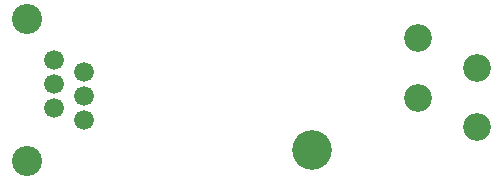
<source format=gbs>
G75*
%MOIN*%
%OFA0B0*%
%FSLAX24Y24*%
%IPPOS*%
%LPD*%
%AMOC8*
5,1,8,0,0,1.08239X$1,22.5*
%
%ADD10C,0.1320*%
%ADD11C,0.1005*%
%ADD12C,0.0660*%
%ADD13C,0.0920*%
D10*
X012012Y001600D03*
D11*
X002512Y001238D03*
X002512Y005962D03*
D12*
X003418Y004604D03*
X004418Y004202D03*
X003418Y003801D03*
X004418Y003399D03*
X003418Y002998D03*
X004418Y002596D03*
D13*
X015528Y003342D03*
X017496Y002358D03*
X017496Y004326D03*
X015528Y005311D03*
M02*

</source>
